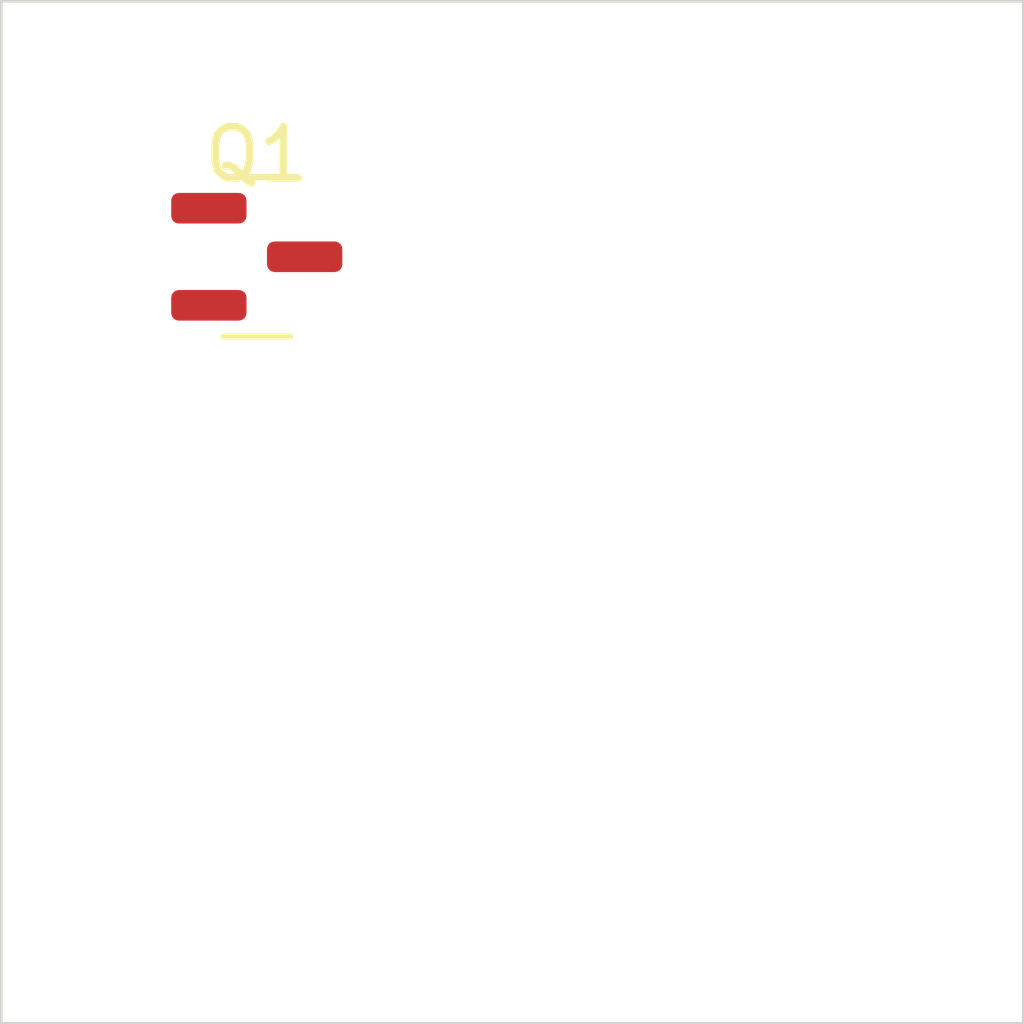
<source format=kicad_pcb>
(kicad_pcb (version 20241229) (generator "pcbnew") (generator_version "9.0")
  (layers (0 "F.Cu" signal) (2 "B.Cu" signal) (13 "F.Paste" user) (15 "B.Paste" user) (5 "F.SilkS" user "F.Silkscreen") (7 "B.SilkS" user "B.Silkscreen") (1 "F.Mask" user) (3 "B.Mask" user) (25 "Edge.Cuts" user))
  (net 0 "")
  (footprint "Package_TO_SOT_SMD:SOT-23" (layer "F.Cu") (at 5.0 5.0)
    (property "Reference" "Q1" (at 0 -2 0) (layer "F.SilkS") (effects (font (size 1.0 1.0))))
    (property "Value" "AO3401A")
    (fp_line (start 0.0 -1.56) (end -0.65 -1.56) (stroke (width 0.12)) (layer "F.SilkS"))
    (fp_line (start 0.0 -1.56) (end 0.65 -1.56) (stroke (width 0.12)) (layer "F.SilkS"))
    (fp_line (start 0.0 1.56) (end -0.65 1.56) (stroke (width 0.12)) (layer "F.SilkS"))
    (fp_line (start 0.0 1.56) (end 0.65 1.56) (stroke (width 0.12)) (layer "F.SilkS"))
    (pad "1" smd roundrect (at -0.9375 -0.95) (size 1.475 0.6) (layers "F.Cu" "F.Paste" "F.Mask"))
    (pad "2" smd roundrect (at -0.9375 0.95) (size 1.475 0.6) (layers "F.Cu" "F.Paste" "F.Mask"))
    (pad "3" smd roundrect (at 0.9375 0.0) (size 1.475 0.6) (layers "F.Cu" "F.Paste" "F.Mask"))
  )
  (gr_rect (start 0 0) (end 20.0 20.0) (stroke (width 0.05)) (fill no) (layer "Edge.Cuts"))
)
</source>
